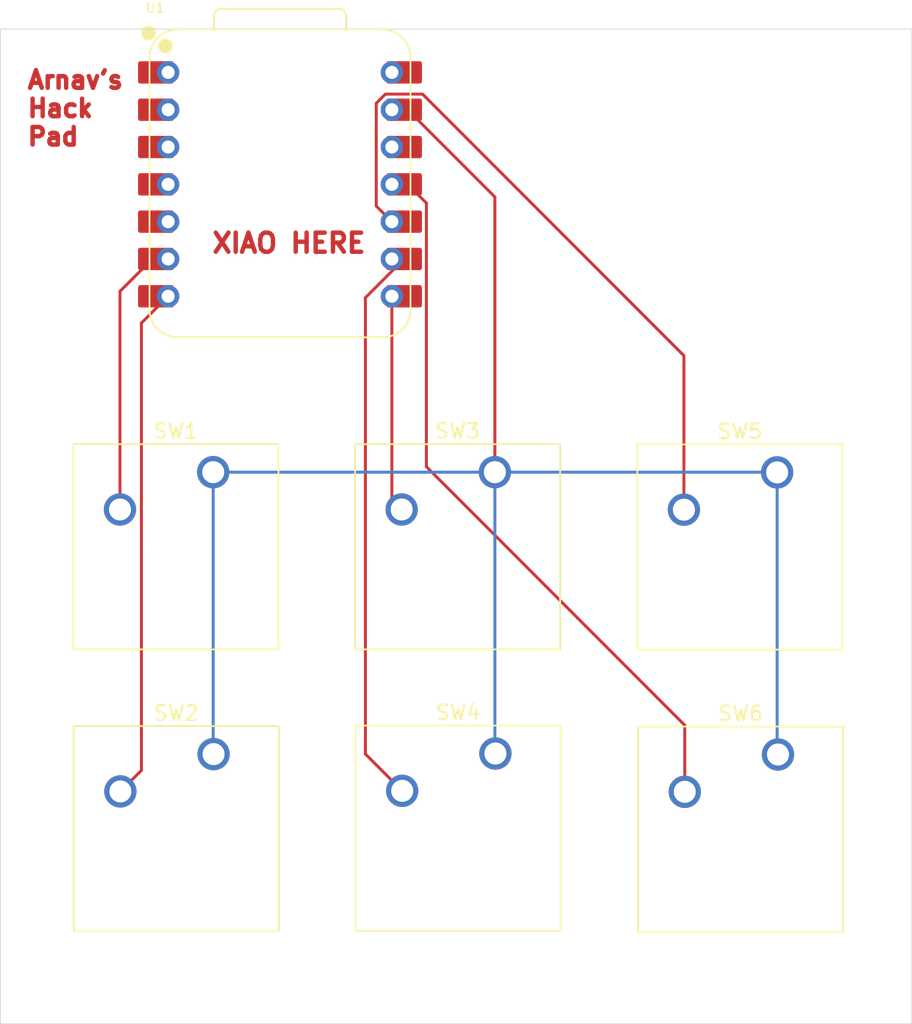
<source format=kicad_pcb>
(kicad_pcb (version 20241229) (generator "pcbnew") (generator_version "9.0")
  (layers (0 "F.Cu" signal) (2 "B.Cu" signal) (13 "F.Paste" user) (15 "B.Paste" user) (5 "F.SilkS" user "F.Silkscreen") (7 "B.SilkS" user "B.Silkscreen") (1 "F.Mask" user) (3 "B.Mask" user) (25 "Edge.Cuts" user))
  (net 0 "")
  (net 1 "Net-(U1-GPIO7{slash}SCL)")
  (net 2 "GND")
  (net 3 "Net-(U1-GPIO0{slash}TX)")
  (net 4 "Net-(U1-GPIO1{slash}RX)")
  (net 5 "Net-(U1-GPIO2{slash}SCK)")
  (net 6 "Net-(U1-GPIO4{slash}MISO)")
  (net 7 "Net-(U1-GPIO3{slash}MOSI)")
  (net 8 "+5V")
  (footprint "Button_Switch_Keyboard:SW_Cherry_MX_1.00u_PCB" (layer "F.Cu") (at 112.156415 103.082917)
    (property "Reference" "SW2" (at -2.54 -2.794 0) (layer "F.SilkS"))
    (property "Value" "SW_Push")
    (fp_line (start -9.525 -1.905) (end 4.445 -1.905) (stroke (width 0.12)) (layer "F.SilkS"))
    (fp_line (start -9.525 12.065) (end -9.525 -1.905) (stroke (width 0.12)) (layer "F.SilkS"))
    (fp_line (start 4.445 -1.905) (end 4.445 12.065) (stroke (width 0.12)) (layer "F.SilkS"))
    (fp_line (start 4.445 12.065) (end -9.525 12.065) (stroke (width 0.12)) (layer "F.SilkS"))
    (pad "" np_thru_hole circle (at -7.62 5.08) (size 1.7 1.7) (drill 1.7) (layers "*.Cu" "*.Mask"))
    (pad "" np_thru_hole circle (at -2.54 5.08) (size 4 4) (drill 4) (layers "*.Cu" "*.Mask"))
    (pad "" np_thru_hole circle (at 2.54 5.08) (size 1.7 1.7) (drill 1.7) (layers "*.Cu" "*.Mask"))
    (pad "1" thru_hole circle (at 0 0) (size 2.2 2.2) (drill 1.5) (layers "*.Cu" "*.Mask") (net 2 "GND"))
    (pad "2" thru_hole circle (at -6.35 2.54) (size 2.2 2.2) (drill 1.5) (layers "*.Cu" "*.Mask") (net 3 "Net-(U1-GPIO0{slash}TX)"))
  )
  (footprint "Button_Switch_Keyboard:SW_Cherry_MX_1.00u_PCB" (layer "F.Cu") (at 131.35566 103.042779)
    (property "Reference" "SW4" (at -2.54 -2.794 0) (layer "F.SilkS"))
    (property "Value" "SW_Push")
    (fp_line (start -9.525 -1.905) (end 4.445 -1.905) (stroke (width 0.12)) (layer "F.SilkS"))
    (fp_line (start -9.525 12.065) (end -9.525 -1.905) (stroke (width 0.12)) (layer "F.SilkS"))
    (fp_line (start 4.445 -1.905) (end 4.445 12.065) (stroke (width 0.12)) (layer "F.SilkS"))
    (fp_line (start 4.445 12.065) (end -9.525 12.065) (stroke (width 0.12)) (layer "F.SilkS"))
    (pad "" np_thru_hole circle (at -7.62 5.08) (size 1.7 1.7) (drill 1.7) (layers "*.Cu" "*.Mask"))
    (pad "" np_thru_hole circle (at -2.54 5.08) (size 4 4) (drill 4) (layers "*.Cu" "*.Mask"))
    (pad "" np_thru_hole circle (at 2.54 5.08) (size 1.7 1.7) (drill 1.7) (layers "*.Cu" "*.Mask"))
    (pad "1" thru_hole circle (at 0 0) (size 2.2 2.2) (drill 1.5) (layers "*.Cu" "*.Mask") (net 2 "GND"))
    (pad "2" thru_hole circle (at -6.35 2.54) (size 2.2 2.2) (drill 1.5) (layers "*.Cu" "*.Mask") (net 5 "Net-(U1-GPIO2{slash}SCK)"))
  )
  (footprint "Button_Switch_Keyboard:SW_Cherry_MX_1.00u_PCB" (layer "F.Cu") (at 131.319693 83.888252)
    (property "Reference" "SW3" (at -2.54 -2.794 0) (layer "F.SilkS"))
    (property "Value" "SW_Push")
    (fp_line (start -9.525 -1.905) (end 4.445 -1.905) (stroke (width 0.12)) (layer "F.SilkS"))
    (fp_line (start -9.525 12.065) (end -9.525 -1.905) (stroke (width 0.12)) (layer "F.SilkS"))
    (fp_line (start 4.445 -1.905) (end 4.445 12.065) (stroke (width 0.12)) (layer "F.SilkS"))
    (fp_line (start 4.445 12.065) (end -9.525 12.065) (stroke (width 0.12)) (layer "F.SilkS"))
    (pad "" np_thru_hole circle (at -7.62 5.08) (size 1.7 1.7) (drill 1.7) (layers "*.Cu" "*.Mask"))
    (pad "" np_thru_hole circle (at -2.54 5.08) (size 4 4) (drill 4) (layers "*.Cu" "*.Mask"))
    (pad "" np_thru_hole circle (at 2.54 5.08) (size 1.7 1.7) (drill 1.7) (layers "*.Cu" "*.Mask"))
    (pad "1" thru_hole circle (at 0 0) (size 2.2 2.2) (drill 1.5) (layers "*.Cu" "*.Mask") (net 2 "GND"))
    (pad "2" thru_hole circle (at -6.35 2.54) (size 2.2 2.2) (drill 1.5) (layers "*.Cu" "*.Mask") (net 4 "Net-(U1-GPIO1{slash}RX)"))
  )
  (footprint "Button_Switch_Keyboard:SW_Cherry_MX_1.00u_PCB" (layer "F.Cu") (at 150.605551 103.110372)
    (property "Reference" "SW6" (at -2.54 -2.794 0) (layer "F.SilkS"))
    (property "Value" "SW_Push")
    (fp_line (start -9.525 -1.905) (end 4.445 -1.905) (stroke (width 0.12)) (layer "F.SilkS"))
    (fp_line (start -9.525 12.065) (end -9.525 -1.905) (stroke (width 0.12)) (layer "F.SilkS"))
    (fp_line (start 4.445 -1.905) (end 4.445 12.065) (stroke (width 0.12)) (layer "F.SilkS"))
    (fp_line (start 4.445 12.065) (end -9.525 12.065) (stroke (width 0.12)) (layer "F.SilkS"))
    (pad "" np_thru_hole circle (at -7.62 5.08) (size 1.7 1.7) (drill 1.7) (layers "*.Cu" "*.Mask"))
    (pad "" np_thru_hole circle (at -2.54 5.08) (size 4 4) (drill 4) (layers "*.Cu" "*.Mask"))
    (pad "" np_thru_hole circle (at 2.54 5.08) (size 1.7 1.7) (drill 1.7) (layers "*.Cu" "*.Mask"))
    (pad "1" thru_hole circle (at 0 0) (size 2.2 2.2) (drill 1.5) (layers "*.Cu" "*.Mask") (net 2 "GND"))
    (pad "2" thru_hole circle (at -6.35 2.54) (size 2.2 2.2) (drill 1.5) (layers "*.Cu" "*.Mask") (net 7 "Net-(U1-GPIO3{slash}MOSI)"))
  )
  (footprint "Button_Switch_Keyboard:SW_Cherry_MX_1.00u_PCB" (layer "F.Cu") (at 150.547119 83.903095)
    (property "Reference" "SW5" (at -2.54 -2.794 0) (layer "F.SilkS"))
    (property "Value" "SW_Push")
    (fp_line (start -9.525 -1.905) (end 4.445 -1.905) (stroke (width 0.12)) (layer "F.SilkS"))
    (fp_line (start -9.525 12.065) (end -9.525 -1.905) (stroke (width 0.12)) (layer "F.SilkS"))
    (fp_line (start 4.445 -1.905) (end 4.445 12.065) (stroke (width 0.12)) (layer "F.SilkS"))
    (fp_line (start 4.445 12.065) (end -9.525 12.065) (stroke (width 0.12)) (layer "F.SilkS"))
    (pad "" np_thru_hole circle (at -7.62 5.08) (size 1.7 1.7) (drill 1.7) (layers "*.Cu" "*.Mask"))
    (pad "" np_thru_hole circle (at -2.54 5.08) (size 4 4) (drill 4) (layers "*.Cu" "*.Mask"))
    (pad "" np_thru_hole circle (at 2.54 5.08) (size 1.7 1.7) (drill 1.7) (layers "*.Cu" "*.Mask"))
    (pad "1" thru_hole circle (at 0 0) (size 2.2 2.2) (drill 1.5) (layers "*.Cu" "*.Mask") (net 2 "GND"))
    (pad "2" thru_hole circle (at -6.35 2.54) (size 2.2 2.2) (drill 1.5) (layers "*.Cu" "*.Mask") (net 6 "Net-(U1-GPIO4{slash}MISO)"))
  )
  (footprint "Button_Switch_Keyboard:SW_Cherry_MX_1.00u_PCB" (layer "F.Cu") (at 112.129854 83.888252)
    (property "Reference" "SW1" (at -2.54 -2.794 0) (layer "F.SilkS"))
    (property "Value" "SW_Push")
    (fp_line (start -9.525 -1.905) (end 4.445 -1.905) (stroke (width 0.12)) (layer "F.SilkS"))
    (fp_line (start -9.525 12.065) (end -9.525 -1.905) (stroke (width 0.12)) (layer "F.SilkS"))
    (fp_line (start 4.445 -1.905) (end 4.445 12.065) (stroke (width 0.12)) (layer "F.SilkS"))
    (fp_line (start 4.445 12.065) (end -9.525 12.065) (stroke (width 0.12)) (layer "F.SilkS"))
    (pad "" np_thru_hole circle (at -7.62 5.08) (size 1.7 1.7) (drill 1.7) (layers "*.Cu" "*.Mask"))
    (pad "" np_thru_hole circle (at -2.54 5.08) (size 4 4) (drill 4) (layers "*.Cu" "*.Mask"))
    (pad "" np_thru_hole circle (at 2.54 5.08) (size 1.7 1.7) (drill 1.7) (layers "*.Cu" "*.Mask"))
    (pad "1" thru_hole circle (at 0 0) (size 2.2 2.2) (drill 1.5) (layers "*.Cu" "*.Mask") (net 2 "GND"))
    (pad "2" thru_hole circle (at -6.35 2.54) (size 2.2 2.2) (drill 1.5) (layers "*.Cu" "*.Mask") (net 1 "Net-(U1-GPIO7{slash}SCL)"))
  )
  (footprint "XIAO:XIAO-RP2040-DIP" (layer "F.Cu") (at 116.68125 64.29375)
    (property "Reference" "U1" (at -8.5 -12 0) (layer "F.SilkS") (effects (font (size 0.635 0.635) (thickness 0.1016))))
    (property "Value" "XIAO-RP2040-DIP")
    (fp_line (start -8.89 8.509) (end -8.89 -8.636) (stroke (width 0.127)) (layer "F.SilkS"))
    (fp_line (start -6.985 10.414) (end 6.985 10.414) (stroke (width 0.127)) (layer "F.SilkS"))
    (fp_line (start -4.495 -10.541) (end -4.491272 -11.451272) (stroke (width 0.127)) (layer "F.SilkS"))
    (fp_line (start -3.991272 -11.951) (end 4.004 -11.951) (stroke (width 0.127)) (layer "F.SilkS"))
    (fp_line (start 4.504 -11.451) (end 4.504 -10.541) (stroke (width 0.127)) (layer "F.SilkS"))
    (fp_line (start 6.985 -10.541) (end -6.985 -10.541) (stroke (width 0.1)) (layer "F.SilkS"))
    (fp_line (start 6.985 -10.541) (end -6.985 -10.541) (stroke (width 0.127)) (layer "F.SilkS"))
    (fp_line (start 8.89 8.509) (end 8.89 -8.636) (stroke (width 0.127)) (layer "F.SilkS"))
    (fp_arc (start -8.89 -8.636) (mid -8.332038 -9.983038) (end -6.985 -10.541) (stroke (width 0.127)) (layer "F.SilkS"))
    (fp_arc (start -6.985 10.414) (mid -8.332038 9.856038) (end -8.89 8.509) (stroke (width 0.127)) (layer "F.SilkS"))
    (fp_arc (start -4.491272 -11.451272) (mid -4.344728 -11.80464) (end -3.991272 -11.951) (stroke (width 0.127)) (layer "F.SilkS"))
    (fp_arc (start 4.004 -11.951) (mid 4.357553 -11.804553) (end 4.504 -11.451) (stroke (width 0.127)) (layer "F.SilkS"))
    (fp_arc (start 6.985 -10.541) (mid 8.332038 -9.983038) (end 8.89 -8.636) (stroke (width 0.127)) (layer "F.SilkS"))
    (fp_arc (start 8.89 8.509) (mid 8.332038 9.856038) (end 6.985 10.414) (stroke (width 0.127)) (layer "F.SilkS"))
    (fp_circle (center -8.95 -10.3) (end -8.95 -10.554) (stroke (width 0.5)) (fill yes) (layer "F.SilkS"))
    (fp_circle (center -7.807 -9.42) (end -7.807 -9.674) (stroke (width 0.5)) (fill yes) (layer "F.SilkS"))
    (pad "1" smd roundrect (at -8.455 -7.62 180) (size 2.432 1.524) (layers "F.Cu" "F.Mask") (roundrect_rratio 0.1))
    (pad "1" thru_hole circle (at -7.62 -7.62 180) (size 1.524 1.524) (drill 0.889) (layers "*.Cu" "*.Mask"))
    (pad "2" smd roundrect (at -8.455 -5.08 180) (size 2.432 1.524) (layers "F.Cu" "F.Mask") (roundrect_rratio 0.1))
    (pad "2" thru_hole circle (at -7.62 -5.08 180) (size 1.524 1.524) (drill 0.889) (layers "*.Cu" "*.Mask"))
    (pad "3" smd roundrect (at -8.455 -2.54 180) (size 2.432 1.524) (layers "F.Cu" "F.Mask") (roundrect_rratio 0.1))
    (pad "3" thru_hole circle (at -7.62 -2.54 180) (size 1.524 1.524) (drill 0.889) (layers "*.Cu" "*.Mask"))
    (pad "4" smd roundrect (at -8.455 0 180) (size 2.432 1.524) (layers "F.Cu" "F.Mask") (roundrect_rratio 0.1))
    (pad "4" thru_hole circle (at -7.62 0 180) (size 1.524 1.524) (drill 0.889) (layers "*.Cu" "*.Mask"))
    (pad "5" smd roundrect (at -8.455 2.54 180) (size 2.432 1.524) (layers "F.Cu" "F.Mask") (roundrect_rratio 0.1))
    (pad "5" thru_hole circle (at -7.62 2.54 180) (size 1.524 1.524) (drill 0.889) (layers "*.Cu" "*.Mask"))
    (pad "6" smd roundrect (at -8.455 5.08 180) (size 2.432 1.524) (layers "F.Cu" "F.Mask") (roundrect_rratio 0.1) (net 1 "Net-(U1-GPIO7{slash}SCL)"))
    (pad "6" thru_hole circle (at -7.62 5.08 180) (size 1.524 1.524) (drill 0.889) (layers "*.Cu" "*.Mask") (net 1 "Net-(U1-GPIO7{slash}SCL)"))
    (pad "7" smd roundrect (at -8.455 7.62 180) (size 2.432 1.524) (layers "F.Cu" "F.Mask") (roundrect_rratio 0.1) (net 3 "Net-(U1-GPIO0{slash}TX)"))
    (pad "7" thru_hole circle (at -7.62 7.62 180) (size 1.524 1.524) (drill 0.889) (layers "*.Cu" "*.Mask") (net 3 "Net-(U1-GPIO0{slash}TX)"))
    (pad "8" thru_hole circle (at 7.62 7.62) (size 1.524 1.524) (drill 0.889) (layers "*.Cu" "*.Mask") (net 4 "Net-(U1-GPIO1{slash}RX)"))
    (pad "8" smd roundrect (at 8.455 7.62) (size 2.432 1.524) (layers "F.Cu" "F.Mask") (roundrect_rratio 0.1) (net 4 "Net-(U1-GPIO1{slash}RX)"))
    (pad "9" thru_hole circle (at 7.62 5.08) (size 1.524 1.524) (drill 0.889) (layers "*.Cu" "*.Mask") (net 5 "Net-(U1-GPIO2{slash}SCK)"))
    (pad "9" smd roundrect (at 8.455 5.08) (size 2.432 1.524) (layers "F.Cu" "F.Mask") (roundrect_rratio 0.1) (net 5 "Net-(U1-GPIO2{slash}SCK)"))
    (pad "10" thru_hole circle (at 7.62 2.54) (size 1.524 1.524) (drill 0.889) (layers "*.Cu" "*.Mask") (net 6 "Net-(U1-GPIO4{slash}MISO)"))
    (pad "10" smd roundrect (at 8.455 2.54) (size 2.432 1.524) (layers "F.Cu" "F.Mask") (roundrect_rratio 0.1) (net 6 "Net-(U1-GPIO4{slash}MISO)"))
    (pad "11" thru_hole circle (at 7.62 0) (size 1.524 1.524) (drill 0.889) (layers "*.Cu" "*.Mask") (net 7 "Net-(U1-GPIO3{slash}MOSI)"))
    (pad "11" smd roundrect (at 8.455 0) (size 2.432 1.524) (layers "F.Cu" "F.Mask") (roundrect_rratio 0.1) (net 7 "Net-(U1-GPIO3{slash}MOSI)"))
    (pad "12" thru_hole circle (at 7.62 -2.54) (size 1.524 1.524) (drill 0.889) (layers "*.Cu" "*.Mask"))
    (pad "12" smd roundrect (at 8.455 -2.54) (size 2.432 1.524) (layers "F.Cu" "F.Mask") (roundrect_rratio 0.1))
    (pad "13" thru_hole circle (at 7.62 -5.08) (size 1.524 1.524) (drill 0.889) (layers "*.Cu" "*.Mask") (net 2 "GND"))
    (pad "13" smd roundrect (at 8.455 -5.08) (size 2.432 1.524) (layers "F.Cu" "F.Mask") (roundrect_rratio 0.1) (net 2 "GND"))
    (pad "14" thru_hole circle (at 7.62 -7.62) (size 1.524 1.524) (drill 0.889) (layers "*.Cu" "*.Mask") (net 8 "+5V"))
    (pad "14" smd roundrect (at 8.455 -7.62) (size 2.432 1.524) (layers "F.Cu" "F.Mask") (roundrect_rratio 0.1) (net 8 "+5V"))
  )
  (gr_rect (start 97.63125 53.725438) (end 159.723257 121.44375) (stroke (width 0.05)) (fill no) (layer "Edge.Cuts"))
  (gr_text "XIAO HERE" (at 111.91875 69.05625 0) (layer "F.Cu") (effects (font (size 1.3 1.3) (thickness 0.3) (bold yes)) (justify left bottom)))
  (gr_text "Arnav's\nHack\nPad" (at 99.343604 61.749454 0) (layer "F.Cu") (effects (font (size 1.2 1.2) (thickness 0.3) (bold yes)) (justify left bottom)))
  (segment (start 107.98362 69.37375) (end 105.779854 71.577516) (width 0.2) (layer "F.Cu") (net 1))
  (segment (start 109.06125 69.37375) (end 107.98362 69.37375) (width 0.2) (layer "F.Cu") (net 1))
  (segment (start 105.779854 71.577516) (end 105.779854 86.428252) (width 0.2) (layer "F.Cu") (net 1))
  (segment (start 131.319693 65.154563) (end 131.319693 83.888252) (width 0.2) (layer "F.Cu") (net 2))
  (segment (start 124.30125 59.21375) (end 125.37888 59.21375) (width 0.2) (layer "F.Cu") (net 2))
  (segment (start 125.37888 59.21375) (end 131.319693 65.154563) (width 0.2) (layer "F.Cu") (net 2))
  (segment (start 131.319693 83.888252) (end 150.532276 83.888252) (width 0.2) (layer "B.Cu") (net 2))
  (segment (start 112.129854 83.888252) (end 131.319693 83.888252) (width 0.2) (layer "B.Cu") (net 2))
  (segment (start 112.129854 103.056356) (end 112.156415 103.082917) (width 0.2) (layer "B.Cu") (net 2))
  (segment (start 150.532276 83.888252) (end 150.547119 83.903095) (width 0.2) (layer "B.Cu") (net 2))
  (segment (start 150.547119 83.903095) (end 150.547119 103.05194) (width 0.2) (layer "B.Cu") (net 2))
  (segment (start 150.547119 103.05194) (end 150.605551 103.110372) (width 0.2) (layer "B.Cu") (net 2))
  (segment (start 131.319693 103.006812) (end 131.35566 103.042779) (width 0.2) (layer "B.Cu") (net 2))
  (segment (start 131.319693 83.888252) (end 131.319693 103.006812) (width 0.2) (layer "B.Cu") (net 2))
  (segment (start 112.129854 83.888252) (end 112.129854 103.056356) (width 0.2) (layer "B.Cu") (net 2))
  (segment (start 107.238854 104.190478) (end 105.806415 105.622917) (width 0.2) (layer "F.Cu") (net 3))
  (segment (start 107.238854 73.736146) (end 107.238854 104.190478) (width 0.2) (layer "F.Cu") (net 3))
  (segment (start 109.06125 71.91375) (end 107.238854 73.736146) (width 0.2) (layer "F.Cu") (net 3))
  (segment (start 124.30125 71.91375) (end 124.30125 85.759809) (width 0.2) (layer "F.Cu") (net 4))
  (segment (start 124.30125 85.759809) (end 124.969693 86.428252) (width 0.2) (layer "F.Cu") (net 4))
  (segment (start 122.498693 103.075812) (end 125.00566 105.582779) (width 0.2) (layer "F.Cu") (net 5))
  (segment (start 122.498693 72.011307) (end 122.498693 103.075812) (width 0.2) (layer "F.Cu") (net 5))
  (segment (start 125.13625 69.37375) (end 122.498693 72.011307) (width 0.2) (layer "F.Cu") (net 5))
  (segment (start 126.391876 58.15075) (end 144.197119 75.955993) (width 0.2) (layer "F.Cu") (net 6))
  (segment (start 123.23825 65.77075) (end 123.23825 58.77344) (width 0.2) (layer "F.Cu") (net 6))
  (segment (start 124.30125 66.83375) (end 123.23825 65.77075) (width 0.2) (layer "F.Cu") (net 6))
  (segment (start 123.86094 58.15075) (end 126.391876 58.15075) (width 0.2) (layer "F.Cu") (net 6))
  (segment (start 144.197119 75.955993) (end 144.197119 86.443095) (width 0.2) (layer "F.Cu") (net 6))
  (segment (start 123.23825 58.77344) (end 123.86094 58.15075) (width 0.2) (layer "F.Cu") (net 6))
  (segment (start 124.30125 64.29375) (end 125.37888 64.29375) (width 0.2) (layer "F.Cu") (net 7))
  (segment (start 125.37888 64.29375) (end 126.65325 65.56812) (width 0.2) (layer "F.Cu") (net 7))
  (segment (start 126.65325 83.516993) (end 144.255551 101.119294) (width 0.2) (layer "F.Cu") (net 7))
  (segment (start 126.65325 65.56812) (end 126.65325 83.516993) (width 0.2) (layer "F.Cu") (net 7))
  (segment (start 144.255551 101.119294) (end 144.255551 105.650372) (width 0.2) (layer "F.Cu") (net 7))
)
</source>
